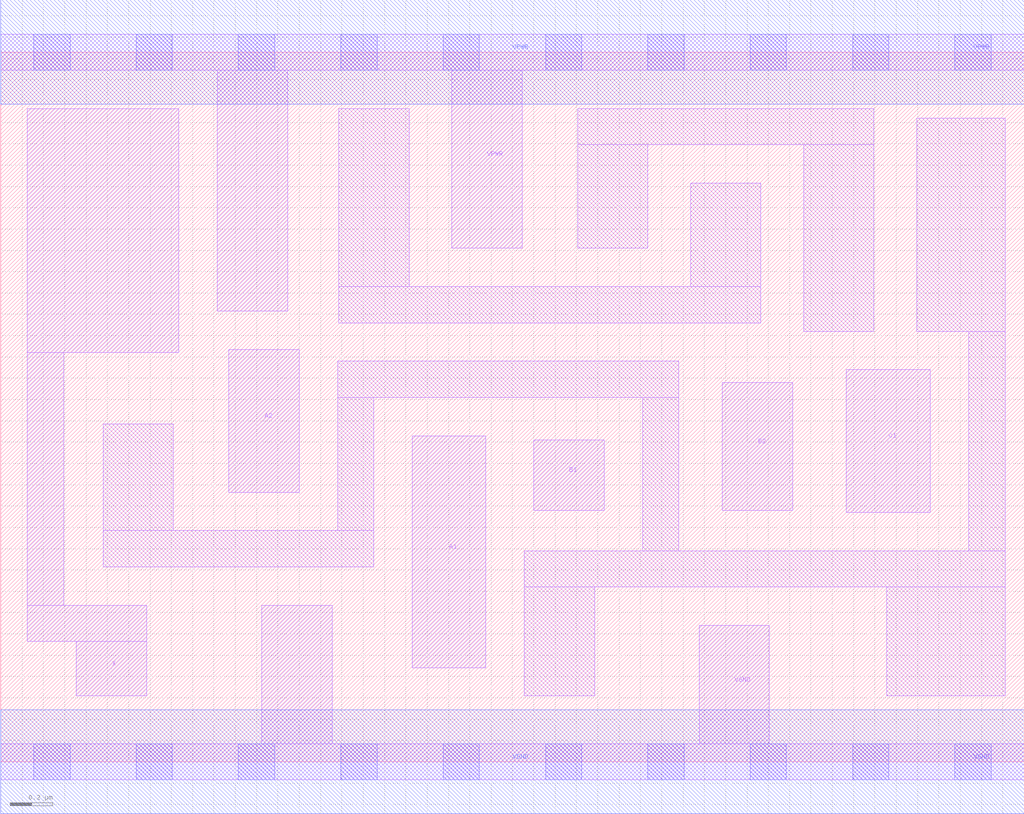
<source format=lef>
# Copyright 2020 The SkyWater PDK Authors
#
# Licensed under the Apache License, Version 2.0 (the "License");
# you may not use this file except in compliance with the License.
# You may obtain a copy of the License at
#
#     https://www.apache.org/licenses/LICENSE-2.0
#
# Unless required by applicable law or agreed to in writing, software
# distributed under the License is distributed on an "AS IS" BASIS,
# WITHOUT WARRANTIES OR CONDITIONS OF ANY KIND, either express or implied.
# See the License for the specific language governing permissions and
# limitations under the License.
#
# SPDX-License-Identifier: Apache-2.0

VERSION 5.7 ;
  NAMESCASESENSITIVE ON ;
  NOWIREEXTENSIONATPIN ON ;
  DIVIDERCHAR "/" ;
  BUSBITCHARS "[]" ;
UNITS
  DATABASE MICRONS 200 ;
END UNITS
MACRO sky130_fd_sc_lp__a221o_lp
  CLASS CORE ;
  SOURCE USER ;
  FOREIGN sky130_fd_sc_lp__a221o_lp ;
  ORIGIN  0.000000  0.000000 ;
  SIZE  4.800000 BY  3.330000 ;
  SYMMETRY X Y R90 ;
  SITE unit ;
  PIN A1
    ANTENNAGATEAREA  0.313000 ;
    DIRECTION INPUT ;
    USE SIGNAL ;
    PORT
      LAYER li1 ;
        RECT 1.930000 0.440000 2.275000 1.530000 ;
    END
  END A1
  PIN A2
    ANTENNAGATEAREA  0.313000 ;
    DIRECTION INPUT ;
    USE SIGNAL ;
    PORT
      LAYER li1 ;
        RECT 1.070000 1.265000 1.400000 1.935000 ;
    END
  END A2
  PIN B1
    ANTENNAGATEAREA  0.313000 ;
    DIRECTION INPUT ;
    USE SIGNAL ;
    PORT
      LAYER li1 ;
        RECT 2.500000 1.180000 2.830000 1.510000 ;
    END
  END B1
  PIN B2
    ANTENNAGATEAREA  0.313000 ;
    DIRECTION INPUT ;
    USE SIGNAL ;
    PORT
      LAYER li1 ;
        RECT 3.385000 1.180000 3.715000 1.780000 ;
    END
  END B2
  PIN C1
    ANTENNAGATEAREA  0.376000 ;
    DIRECTION INPUT ;
    USE SIGNAL ;
    PORT
      LAYER li1 ;
        RECT 3.965000 1.170000 4.360000 1.840000 ;
    END
  END C1
  PIN X
    ANTENNADIFFAREA  0.404700 ;
    DIRECTION OUTPUT ;
    USE SIGNAL ;
    PORT
      LAYER li1 ;
        RECT 0.125000 0.565000 0.685000 0.735000 ;
        RECT 0.125000 0.735000 0.295000 1.920000 ;
        RECT 0.125000 1.920000 0.835000 3.065000 ;
        RECT 0.355000 0.310000 0.685000 0.565000 ;
    END
  END X
  PIN VGND
    DIRECTION INOUT ;
    USE GROUND ;
    PORT
      LAYER li1 ;
        RECT 0.000000 -0.085000 4.800000 0.085000 ;
        RECT 1.225000  0.085000 1.555000 0.735000 ;
        RECT 3.275000  0.085000 3.605000 0.640000 ;
      LAYER mcon ;
        RECT 0.155000 -0.085000 0.325000 0.085000 ;
        RECT 0.635000 -0.085000 0.805000 0.085000 ;
        RECT 1.115000 -0.085000 1.285000 0.085000 ;
        RECT 1.595000 -0.085000 1.765000 0.085000 ;
        RECT 2.075000 -0.085000 2.245000 0.085000 ;
        RECT 2.555000 -0.085000 2.725000 0.085000 ;
        RECT 3.035000 -0.085000 3.205000 0.085000 ;
        RECT 3.515000 -0.085000 3.685000 0.085000 ;
        RECT 3.995000 -0.085000 4.165000 0.085000 ;
        RECT 4.475000 -0.085000 4.645000 0.085000 ;
      LAYER met1 ;
        RECT 0.000000 -0.245000 4.800000 0.245000 ;
    END
  END VGND
  PIN VPWR
    DIRECTION INOUT ;
    USE POWER ;
    PORT
      LAYER li1 ;
        RECT 0.000000 3.245000 4.800000 3.415000 ;
        RECT 1.015000 2.115000 1.345000 3.245000 ;
        RECT 2.115000 2.410000 2.445000 3.245000 ;
      LAYER mcon ;
        RECT 0.155000 3.245000 0.325000 3.415000 ;
        RECT 0.635000 3.245000 0.805000 3.415000 ;
        RECT 1.115000 3.245000 1.285000 3.415000 ;
        RECT 1.595000 3.245000 1.765000 3.415000 ;
        RECT 2.075000 3.245000 2.245000 3.415000 ;
        RECT 2.555000 3.245000 2.725000 3.415000 ;
        RECT 3.035000 3.245000 3.205000 3.415000 ;
        RECT 3.515000 3.245000 3.685000 3.415000 ;
        RECT 3.995000 3.245000 4.165000 3.415000 ;
        RECT 4.475000 3.245000 4.645000 3.415000 ;
      LAYER met1 ;
        RECT 0.000000 3.085000 4.800000 3.575000 ;
    END
  END VPWR
  OBS
    LAYER li1 ;
      RECT 0.480000 0.915000 1.750000 1.085000 ;
      RECT 0.480000 1.085000 0.810000 1.585000 ;
      RECT 1.580000 1.085000 1.750000 1.710000 ;
      RECT 1.580000 1.710000 3.180000 1.880000 ;
      RECT 1.585000 2.060000 3.565000 2.230000 ;
      RECT 1.585000 2.230000 1.915000 3.065000 ;
      RECT 2.455000 0.310000 2.785000 0.820000 ;
      RECT 2.455000 0.820000 4.710000 0.990000 ;
      RECT 2.705000 2.410000 3.035000 2.895000 ;
      RECT 2.705000 2.895000 4.095000 3.065000 ;
      RECT 3.010000 0.990000 3.180000 1.710000 ;
      RECT 3.235000 2.230000 3.565000 2.715000 ;
      RECT 3.765000 2.020000 4.095000 2.895000 ;
      RECT 4.155000 0.310000 4.710000 0.820000 ;
      RECT 4.295000 2.020000 4.710000 3.020000 ;
      RECT 4.540000 0.990000 4.710000 2.020000 ;
  END
END sky130_fd_sc_lp__a221o_lp

</source>
